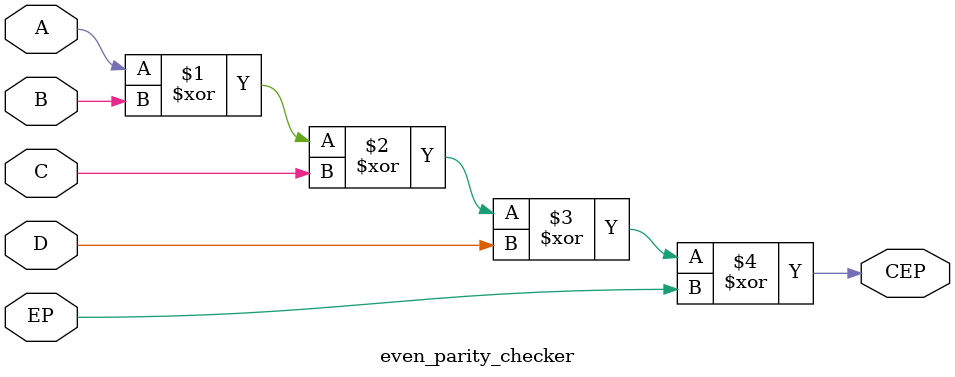
<source format=v>
/* module even_parity_checker
*
*  Purpose: Checks inputs for even parity value, and outputs 0 when matching
*
*  Input: A,B,C,D
*  Output: EPC
*  Student: Jonathan Boryla
*  Date: March 12,2018
*		    
*/
module even_parity_checker (A,B,C,D,EP,CEP); //module and port list

	input wire A,B,C,D,EP;	//Inputs
	output wire CEP;			//Outputs

	assign CEP = A^B^C^D^EP;	//XOR A,B,C,D,EP and assigns to CEP. CEP will be 0 for correct even parity.

endmodule

</source>
